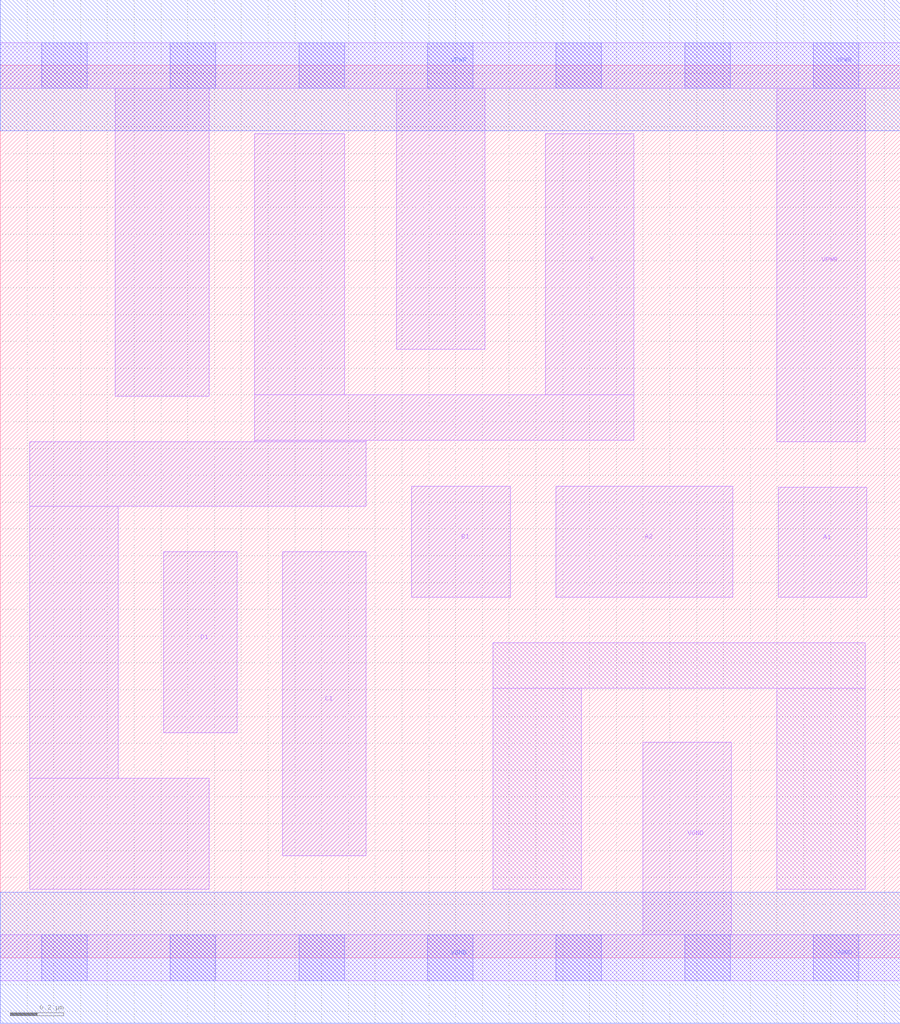
<source format=lef>
# Copyright 2020 The SkyWater PDK Authors
#
# Licensed under the Apache License, Version 2.0 (the "License");
# you may not use this file except in compliance with the License.
# You may obtain a copy of the License at
#
#     https://www.apache.org/licenses/LICENSE-2.0
#
# Unless required by applicable law or agreed to in writing, software
# distributed under the License is distributed on an "AS IS" BASIS,
# WITHOUT WARRANTIES OR CONDITIONS OF ANY KIND, either express or implied.
# See the License for the specific language governing permissions and
# limitations under the License.
#
# SPDX-License-Identifier: Apache-2.0

VERSION 5.7 ;
  NAMESCASESENSITIVE ON ;
  NOWIREEXTENSIONATPIN ON ;
  DIVIDERCHAR "/" ;
  BUSBITCHARS "[]" ;
UNITS
  DATABASE MICRONS 200 ;
END UNITS
MACRO sky130_fd_sc_lp__o2111ai_1
  CLASS CORE ;
  SOURCE USER ;
  FOREIGN sky130_fd_sc_lp__o2111ai_1 ;
  ORIGIN  0.000000  0.000000 ;
  SIZE  3.360000 BY  3.330000 ;
  SYMMETRY X Y R90 ;
  SITE unit ;
  PIN A1
    ANTENNAGATEAREA  0.315000 ;
    DIRECTION INPUT ;
    USE SIGNAL ;
    PORT
      LAYER li1 ;
        RECT 2.905000 1.345000 3.235000 1.755000 ;
    END
  END A1
  PIN A2
    ANTENNAGATEAREA  0.315000 ;
    DIRECTION INPUT ;
    USE SIGNAL ;
    PORT
      LAYER li1 ;
        RECT 2.075000 1.345000 2.735000 1.760000 ;
    END
  END A2
  PIN B1
    ANTENNAGATEAREA  0.315000 ;
    DIRECTION INPUT ;
    USE SIGNAL ;
    PORT
      LAYER li1 ;
        RECT 1.535000 1.345000 1.905000 1.760000 ;
    END
  END B1
  PIN C1
    ANTENNAGATEAREA  0.315000 ;
    DIRECTION INPUT ;
    USE SIGNAL ;
    PORT
      LAYER li1 ;
        RECT 1.055000 0.380000 1.365000 1.515000 ;
    END
  END C1
  PIN D1
    ANTENNAGATEAREA  0.315000 ;
    DIRECTION INPUT ;
    USE SIGNAL ;
    PORT
      LAYER li1 ;
        RECT 0.610000 0.840000 0.885000 1.515000 ;
    END
  END D1
  PIN Y
    ANTENNADIFFAREA  1.528800 ;
    DIRECTION OUTPUT ;
    USE SIGNAL ;
    PORT
      LAYER li1 ;
        RECT 0.110000 0.255000 0.780000 0.670000 ;
        RECT 0.110000 0.670000 0.440000 1.685000 ;
        RECT 0.110000 1.685000 1.365000 1.925000 ;
        RECT 0.950000 1.925000 1.365000 1.930000 ;
        RECT 0.950000 1.930000 2.365000 2.100000 ;
        RECT 0.950000 2.100000 1.285000 3.075000 ;
        RECT 2.035000 2.100000 2.365000 3.075000 ;
    END
  END Y
  PIN VGND
    DIRECTION INOUT ;
    USE GROUND ;
    PORT
      LAYER li1 ;
        RECT 0.000000 -0.085000 3.360000 0.085000 ;
        RECT 2.400000  0.085000 2.730000 0.805000 ;
      LAYER mcon ;
        RECT 0.155000 -0.085000 0.325000 0.085000 ;
        RECT 0.635000 -0.085000 0.805000 0.085000 ;
        RECT 1.115000 -0.085000 1.285000 0.085000 ;
        RECT 1.595000 -0.085000 1.765000 0.085000 ;
        RECT 2.075000 -0.085000 2.245000 0.085000 ;
        RECT 2.555000 -0.085000 2.725000 0.085000 ;
        RECT 3.035000 -0.085000 3.205000 0.085000 ;
      LAYER met1 ;
        RECT 0.000000 -0.245000 3.360000 0.245000 ;
    END
  END VGND
  PIN VPWR
    DIRECTION INOUT ;
    USE POWER ;
    PORT
      LAYER li1 ;
        RECT 0.000000 3.245000 3.360000 3.415000 ;
        RECT 0.430000 2.095000 0.780000 3.245000 ;
        RECT 1.480000 2.270000 1.810000 3.245000 ;
        RECT 2.900000 1.925000 3.230000 3.245000 ;
      LAYER mcon ;
        RECT 0.155000 3.245000 0.325000 3.415000 ;
        RECT 0.635000 3.245000 0.805000 3.415000 ;
        RECT 1.115000 3.245000 1.285000 3.415000 ;
        RECT 1.595000 3.245000 1.765000 3.415000 ;
        RECT 2.075000 3.245000 2.245000 3.415000 ;
        RECT 2.555000 3.245000 2.725000 3.415000 ;
        RECT 3.035000 3.245000 3.205000 3.415000 ;
      LAYER met1 ;
        RECT 0.000000 3.085000 3.360000 3.575000 ;
    END
  END VPWR
  OBS
    LAYER li1 ;
      RECT 1.840000 0.255000 2.170000 1.005000 ;
      RECT 1.840000 1.005000 3.230000 1.175000 ;
      RECT 2.900000 0.255000 3.230000 1.005000 ;
  END
END sky130_fd_sc_lp__o2111ai_1

</source>
